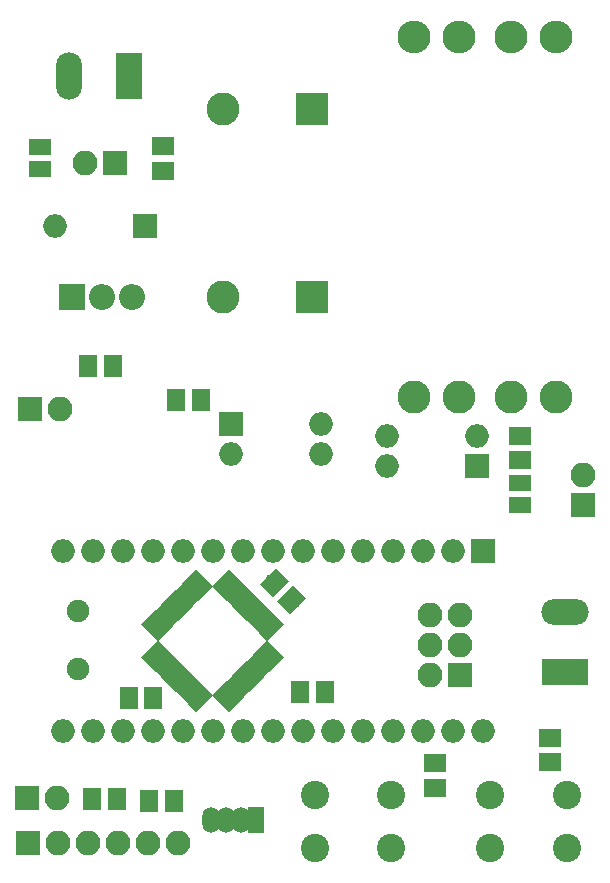
<source format=gbr>
G04 #@! TF.GenerationSoftware,KiCad,Pcbnew,5.0.0-rc2-dev-unknown-f73b9a5~65~ubuntu16.04.1*
G04 #@! TF.CreationDate,2018-05-13T13:10:50+02:00*
G04 #@! TF.ProjectId,Libreductioner,4C6962726564756374696F6E65722E6B,rev?*
G04 #@! TF.SameCoordinates,Original*
G04 #@! TF.FileFunction,Soldermask,Top*
G04 #@! TF.FilePolarity,Negative*
%FSLAX46Y46*%
G04 Gerber Fmt 4.6, Leading zero omitted, Abs format (unit mm)*
G04 Created by KiCad (PCBNEW 5.0.0-rc2-dev-unknown-f73b9a5~65~ubuntu16.04.1) date Sun May 13 13:10:50 2018*
%MOMM*%
%LPD*%
G01*
G04 APERTURE LIST*
%ADD10R,2.000000X2.000000*%
%ADD11O,2.000000X2.000000*%
%ADD12O,2.100000X2.100000*%
%ADD13R,2.100000X2.100000*%
%ADD14C,1.900000*%
%ADD15R,2.200000X2.200000*%
%ADD16O,2.200000X2.200000*%
%ADD17R,2.800000X2.800000*%
%ADD18C,2.800000*%
%ADD19C,2.400000*%
%ADD20O,2.800000X2.800000*%
%ADD21R,1.545000X1.900000*%
%ADD22R,2.200000X4.000000*%
%ADD23O,2.200000X4.000000*%
%ADD24O,4.000000X2.200000*%
%ADD25R,4.000000X2.200000*%
%ADD26R,1.900000X1.545000*%
%ADD27R,1.900000X1.370000*%
%ADD28R,1.470000X2.200000*%
%ADD29O,1.470000X2.200000*%
%ADD30C,1.545000*%
%ADD31C,0.100000*%
%ADD32C,0.950000*%
G04 APERTURE END LIST*
D10*
X86487000Y-99187000D03*
D11*
X94107000Y-101727000D03*
X86487000Y-101727000D03*
X94107000Y-99187000D03*
X72237790Y-125109952D03*
X72237790Y-109869952D03*
X107797790Y-125109952D03*
X74777790Y-109869952D03*
X105257790Y-125109952D03*
X77317790Y-109869952D03*
X102717790Y-125109952D03*
X79857790Y-109869952D03*
X100177790Y-125109952D03*
X82397790Y-109869952D03*
X97637790Y-125109952D03*
X84937790Y-109869952D03*
X95097790Y-125109952D03*
X87477790Y-109869952D03*
X92557790Y-125109952D03*
X90017790Y-109869952D03*
X90017790Y-125109952D03*
X92557790Y-109869952D03*
X87477790Y-125109952D03*
X95097790Y-109869952D03*
X84937790Y-125109952D03*
X97637790Y-109869952D03*
X82397790Y-125109952D03*
X100177790Y-109869952D03*
X79857790Y-125109952D03*
X102717790Y-109869952D03*
X77317790Y-125109952D03*
X105257790Y-109869952D03*
X74777790Y-125109952D03*
D10*
X107797790Y-109869952D03*
D12*
X103352790Y-115330952D03*
X105892790Y-115330952D03*
X103352790Y-117870952D03*
X105892790Y-117870952D03*
X103352790Y-120410952D03*
D13*
X105892790Y-120410952D03*
D14*
X73507790Y-115002952D03*
X73507790Y-119902952D03*
D15*
X73025000Y-88392000D03*
D16*
X75565000Y-88392000D03*
X78105000Y-88392000D03*
D17*
X93345000Y-72517000D03*
D18*
X85845000Y-72517000D03*
X85845000Y-88392000D03*
D17*
X93345000Y-88392000D03*
D19*
X100076000Y-130537500D03*
X100076000Y-135037500D03*
X93576000Y-130537500D03*
X93576000Y-135037500D03*
X108435000Y-135037500D03*
X108435000Y-130537500D03*
X114935000Y-135037500D03*
X114935000Y-130537500D03*
D20*
X110236000Y-66421000D03*
D18*
X110236000Y-96901000D03*
X101981000Y-96901000D03*
D20*
X101981000Y-66421000D03*
D10*
X79248000Y-82423000D03*
D11*
X71628000Y-82423000D03*
D13*
X76708000Y-77089000D03*
D12*
X74168000Y-77089000D03*
D20*
X105791000Y-66421000D03*
D18*
X105791000Y-96901000D03*
X114046000Y-96901000D03*
D20*
X114046000Y-66421000D03*
D13*
X116332000Y-106045000D03*
D12*
X116332000Y-103505000D03*
D21*
X81862000Y-97155000D03*
X83947000Y-97155000D03*
X74422000Y-94234000D03*
X76507000Y-94234000D03*
X94442290Y-121807952D03*
X92357290Y-121807952D03*
D22*
X77851000Y-69723000D03*
D23*
X72771000Y-69723000D03*
D24*
X114808000Y-115062000D03*
D25*
X114808000Y-120142000D03*
D26*
X113538000Y-127788500D03*
X113538000Y-125703500D03*
X103759000Y-127862500D03*
X103759000Y-129947500D03*
D27*
X70358000Y-77602000D03*
X70358000Y-75692000D03*
D26*
X80772000Y-75639000D03*
X80772000Y-77724000D03*
D27*
X110934500Y-106050000D03*
X110934500Y-104140000D03*
D26*
X110934500Y-100150000D03*
X110934500Y-102235000D03*
D28*
X88646000Y-132715000D03*
D29*
X87376000Y-132715000D03*
X86106000Y-132715000D03*
X84836000Y-132715000D03*
D10*
X107315000Y-102743000D03*
D11*
X99695000Y-100203000D03*
X107315000Y-100203000D03*
X99695000Y-102743000D03*
D13*
X69342000Y-134620000D03*
D12*
X71882000Y-134620000D03*
X74422000Y-134620000D03*
X76962000Y-134620000D03*
X79502000Y-134620000D03*
X82042000Y-134620000D03*
D21*
X76835000Y-130937000D03*
X74750000Y-130937000D03*
X79576000Y-131064000D03*
X81661000Y-131064000D03*
D13*
X69215000Y-130810000D03*
D12*
X71755000Y-130810000D03*
D13*
X69469000Y-97917000D03*
D12*
X72009000Y-97917000D03*
D30*
X90169631Y-112561793D03*
D31*
G36*
X88951640Y-112687304D02*
X90295142Y-111343802D01*
X91387622Y-112436282D01*
X90044120Y-113779784D01*
X88951640Y-112687304D01*
X88951640Y-112687304D01*
G37*
D30*
X91643949Y-114036111D03*
D31*
G36*
X90425958Y-114161622D02*
X91769460Y-112818120D01*
X92861940Y-113910600D01*
X91518438Y-115254102D01*
X90425958Y-114161622D01*
X90425958Y-114161622D01*
G37*
D21*
X79904290Y-122315952D03*
X77819290Y-122315952D03*
D32*
X89922893Y-116464647D03*
D31*
G36*
X90294124Y-115421664D02*
X90965876Y-116093416D01*
X89551662Y-117507630D01*
X88879910Y-116835878D01*
X90294124Y-115421664D01*
X90294124Y-115421664D01*
G37*
D32*
X89357207Y-115898962D03*
D31*
G36*
X89728438Y-114855979D02*
X90400190Y-115527731D01*
X88985976Y-116941945D01*
X88314224Y-116270193D01*
X89728438Y-114855979D01*
X89728438Y-114855979D01*
G37*
D32*
X88791522Y-115333276D03*
D31*
G36*
X89162753Y-114290293D02*
X89834505Y-114962045D01*
X88420291Y-116376259D01*
X87748539Y-115704507D01*
X89162753Y-114290293D01*
X89162753Y-114290293D01*
G37*
D32*
X88225837Y-114767591D03*
D31*
G36*
X88597068Y-113724608D02*
X89268820Y-114396360D01*
X87854606Y-115810574D01*
X87182854Y-115138822D01*
X88597068Y-113724608D01*
X88597068Y-113724608D01*
G37*
D32*
X87660151Y-114201905D03*
D31*
G36*
X88031382Y-113158922D02*
X88703134Y-113830674D01*
X87288920Y-115244888D01*
X86617168Y-114573136D01*
X88031382Y-113158922D01*
X88031382Y-113158922D01*
G37*
D32*
X87094466Y-113636220D03*
D31*
G36*
X87465697Y-112593237D02*
X88137449Y-113264989D01*
X86723235Y-114679203D01*
X86051483Y-114007451D01*
X87465697Y-112593237D01*
X87465697Y-112593237D01*
G37*
D32*
X86528780Y-113070535D03*
D31*
G36*
X86900011Y-112027552D02*
X87571763Y-112699304D01*
X86157549Y-114113518D01*
X85485797Y-113441766D01*
X86900011Y-112027552D01*
X86900011Y-112027552D01*
G37*
D32*
X85963095Y-112504849D03*
D31*
G36*
X86334326Y-111461866D02*
X87006078Y-112133618D01*
X85591864Y-113547832D01*
X84920112Y-112876080D01*
X86334326Y-111461866D01*
X86334326Y-111461866D01*
G37*
D32*
X83912485Y-112504849D03*
D31*
G36*
X82869502Y-112133618D02*
X83541254Y-111461866D01*
X84955468Y-112876080D01*
X84283716Y-113547832D01*
X82869502Y-112133618D01*
X82869502Y-112133618D01*
G37*
D32*
X83346800Y-113070535D03*
D31*
G36*
X82303817Y-112699304D02*
X82975569Y-112027552D01*
X84389783Y-113441766D01*
X83718031Y-114113518D01*
X82303817Y-112699304D01*
X82303817Y-112699304D01*
G37*
D32*
X82781114Y-113636220D03*
D31*
G36*
X81738131Y-113264989D02*
X82409883Y-112593237D01*
X83824097Y-114007451D01*
X83152345Y-114679203D01*
X81738131Y-113264989D01*
X81738131Y-113264989D01*
G37*
D32*
X82215429Y-114201905D03*
D31*
G36*
X81172446Y-113830674D02*
X81844198Y-113158922D01*
X83258412Y-114573136D01*
X82586660Y-115244888D01*
X81172446Y-113830674D01*
X81172446Y-113830674D01*
G37*
D32*
X81649743Y-114767591D03*
D31*
G36*
X80606760Y-114396360D02*
X81278512Y-113724608D01*
X82692726Y-115138822D01*
X82020974Y-115810574D01*
X80606760Y-114396360D01*
X80606760Y-114396360D01*
G37*
D32*
X81084058Y-115333276D03*
D31*
G36*
X80041075Y-114962045D02*
X80712827Y-114290293D01*
X82127041Y-115704507D01*
X81455289Y-116376259D01*
X80041075Y-114962045D01*
X80041075Y-114962045D01*
G37*
D32*
X80518373Y-115898962D03*
D31*
G36*
X79475390Y-115527731D02*
X80147142Y-114855979D01*
X81561356Y-116270193D01*
X80889604Y-116941945D01*
X79475390Y-115527731D01*
X79475390Y-115527731D01*
G37*
D32*
X79952687Y-116464647D03*
D31*
G36*
X78909704Y-116093416D02*
X79581456Y-115421664D01*
X80995670Y-116835878D01*
X80323918Y-117507630D01*
X78909704Y-116093416D01*
X78909704Y-116093416D01*
G37*
D32*
X79952687Y-118515257D03*
D31*
G36*
X80323918Y-117472274D02*
X80995670Y-118144026D01*
X79581456Y-119558240D01*
X78909704Y-118886488D01*
X80323918Y-117472274D01*
X80323918Y-117472274D01*
G37*
D32*
X80518373Y-119080942D03*
D31*
G36*
X80889604Y-118037959D02*
X81561356Y-118709711D01*
X80147142Y-120123925D01*
X79475390Y-119452173D01*
X80889604Y-118037959D01*
X80889604Y-118037959D01*
G37*
D32*
X81084058Y-119646628D03*
D31*
G36*
X81455289Y-118603645D02*
X82127041Y-119275397D01*
X80712827Y-120689611D01*
X80041075Y-120017859D01*
X81455289Y-118603645D01*
X81455289Y-118603645D01*
G37*
D32*
X81649743Y-120212313D03*
D31*
G36*
X82020974Y-119169330D02*
X82692726Y-119841082D01*
X81278512Y-121255296D01*
X80606760Y-120583544D01*
X82020974Y-119169330D01*
X82020974Y-119169330D01*
G37*
D32*
X82215429Y-120777999D03*
D31*
G36*
X82586660Y-119735016D02*
X83258412Y-120406768D01*
X81844198Y-121820982D01*
X81172446Y-121149230D01*
X82586660Y-119735016D01*
X82586660Y-119735016D01*
G37*
D32*
X82781114Y-121343684D03*
D31*
G36*
X83152345Y-120300701D02*
X83824097Y-120972453D01*
X82409883Y-122386667D01*
X81738131Y-121714915D01*
X83152345Y-120300701D01*
X83152345Y-120300701D01*
G37*
D32*
X83346800Y-121909369D03*
D31*
G36*
X83718031Y-120866386D02*
X84389783Y-121538138D01*
X82975569Y-122952352D01*
X82303817Y-122280600D01*
X83718031Y-120866386D01*
X83718031Y-120866386D01*
G37*
D32*
X83912485Y-122475055D03*
D31*
G36*
X84283716Y-121432072D02*
X84955468Y-122103824D01*
X83541254Y-123518038D01*
X82869502Y-122846286D01*
X84283716Y-121432072D01*
X84283716Y-121432072D01*
G37*
D32*
X85963095Y-122475055D03*
D31*
G36*
X84920112Y-122103824D02*
X85591864Y-121432072D01*
X87006078Y-122846286D01*
X86334326Y-123518038D01*
X84920112Y-122103824D01*
X84920112Y-122103824D01*
G37*
D32*
X86528780Y-121909369D03*
D31*
G36*
X85485797Y-121538138D02*
X86157549Y-120866386D01*
X87571763Y-122280600D01*
X86900011Y-122952352D01*
X85485797Y-121538138D01*
X85485797Y-121538138D01*
G37*
D32*
X87094466Y-121343684D03*
D31*
G36*
X86051483Y-120972453D02*
X86723235Y-120300701D01*
X88137449Y-121714915D01*
X87465697Y-122386667D01*
X86051483Y-120972453D01*
X86051483Y-120972453D01*
G37*
D32*
X87660151Y-120777999D03*
D31*
G36*
X86617168Y-120406768D02*
X87288920Y-119735016D01*
X88703134Y-121149230D01*
X88031382Y-121820982D01*
X86617168Y-120406768D01*
X86617168Y-120406768D01*
G37*
D32*
X88225837Y-120212313D03*
D31*
G36*
X87182854Y-119841082D02*
X87854606Y-119169330D01*
X89268820Y-120583544D01*
X88597068Y-121255296D01*
X87182854Y-119841082D01*
X87182854Y-119841082D01*
G37*
D32*
X88791522Y-119646628D03*
D31*
G36*
X87748539Y-119275397D02*
X88420291Y-118603645D01*
X89834505Y-120017859D01*
X89162753Y-120689611D01*
X87748539Y-119275397D01*
X87748539Y-119275397D01*
G37*
D32*
X89357207Y-119080942D03*
D31*
G36*
X88314224Y-118709711D02*
X88985976Y-118037959D01*
X90400190Y-119452173D01*
X89728438Y-120123925D01*
X88314224Y-118709711D01*
X88314224Y-118709711D01*
G37*
D32*
X89922893Y-118515257D03*
D31*
G36*
X88879910Y-118144026D02*
X89551662Y-117472274D01*
X90965876Y-118886488D01*
X90294124Y-119558240D01*
X88879910Y-118144026D01*
X88879910Y-118144026D01*
G37*
M02*

</source>
